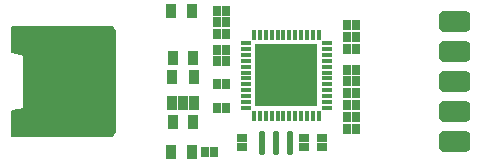
<source format=gbr>
G04 #@! TF.GenerationSoftware,KiCad,Pcbnew,no-vcs-found-826efab~61~ubuntu16.04.1*
G04 #@! TF.CreationDate,2018-02-09T13:34:48+01:00*
G04 #@! TF.ProjectId,ubmp_v1r1,75626D705F763172312E6B696361645F,rev?*
G04 #@! TF.SameCoordinates,Original*
G04 #@! TF.FileFunction,Soldermask,Top*
G04 #@! TF.FilePolarity,Negative*
%FSLAX46Y46*%
G04 Gerber Fmt 4.6, Leading zero omitted, Abs format (unit mm)*
G04 Created by KiCad (PCBNEW no-vcs-found-826efab~61~ubuntu16.04.1) date Fri Feb  9 13:34:48 2018*
%MOMM*%
%LPD*%
G01*
G04 APERTURE LIST*
%ADD10C,0.150000*%
%ADD11C,0.100000*%
%ADD12C,1.760000*%
%ADD13R,0.810000X0.735000*%
%ADD14R,0.735000X0.810000*%
%ADD15R,0.830000X1.160000*%
%ADD16R,0.410000X0.860000*%
%ADD17R,0.860000X0.410000*%
%ADD18R,5.310000X5.310000*%
%ADD19R,0.810000X1.220000*%
%ADD20O,0.560000X2.060000*%
G04 APERTURE END LIST*
D10*
G36*
X79800000Y-110600000D02*
X79800000Y-108500000D01*
X80800000Y-108300000D01*
X80800000Y-103800000D01*
X79800000Y-103500000D01*
X79800000Y-101400000D01*
X88200000Y-101400000D01*
X88500000Y-101700000D01*
X88500000Y-110300000D01*
X88200000Y-110600000D01*
X79800000Y-110600000D01*
G37*
X79800000Y-110600000D02*
X79800000Y-108500000D01*
X80800000Y-108300000D01*
X80800000Y-103800000D01*
X79800000Y-103500000D01*
X79800000Y-101400000D01*
X88200000Y-101400000D01*
X88500000Y-101700000D01*
X88500000Y-110300000D01*
X88200000Y-110600000D01*
X79800000Y-110600000D01*
D11*
G36*
X118183128Y-107662119D02*
X118225840Y-107668454D01*
X118267725Y-107678946D01*
X118308381Y-107693493D01*
X118347415Y-107711955D01*
X118384451Y-107734153D01*
X118419133Y-107759875D01*
X118451127Y-107788873D01*
X118480125Y-107820867D01*
X118505847Y-107855549D01*
X118528045Y-107892585D01*
X118546507Y-107931619D01*
X118561054Y-107972275D01*
X118571546Y-108014160D01*
X118577881Y-108056872D01*
X118580000Y-108100000D01*
X118580000Y-108980000D01*
X118577881Y-109023128D01*
X118571546Y-109065840D01*
X118561054Y-109107725D01*
X118546507Y-109148381D01*
X118528045Y-109187415D01*
X118505847Y-109224451D01*
X118480125Y-109259133D01*
X118451127Y-109291127D01*
X118419133Y-109320125D01*
X118384451Y-109345847D01*
X118347415Y-109368045D01*
X118308381Y-109386507D01*
X118267725Y-109401054D01*
X118225840Y-109411546D01*
X118183128Y-109417881D01*
X118140000Y-109420000D01*
X116360000Y-109420000D01*
X116316872Y-109417881D01*
X116274160Y-109411546D01*
X116232275Y-109401054D01*
X116191619Y-109386507D01*
X116152585Y-109368045D01*
X116115549Y-109345847D01*
X116080867Y-109320125D01*
X116048873Y-109291127D01*
X116019875Y-109259133D01*
X115994153Y-109224451D01*
X115971955Y-109187415D01*
X115953493Y-109148381D01*
X115938946Y-109107725D01*
X115928454Y-109065840D01*
X115922119Y-109023128D01*
X115920000Y-108980000D01*
X115920000Y-108100000D01*
X115922119Y-108056872D01*
X115928454Y-108014160D01*
X115938946Y-107972275D01*
X115953493Y-107931619D01*
X115971955Y-107892585D01*
X115994153Y-107855549D01*
X116019875Y-107820867D01*
X116048873Y-107788873D01*
X116080867Y-107759875D01*
X116115549Y-107734153D01*
X116152585Y-107711955D01*
X116191619Y-107693493D01*
X116232275Y-107678946D01*
X116274160Y-107668454D01*
X116316872Y-107662119D01*
X116360000Y-107660000D01*
X118140000Y-107660000D01*
X118183128Y-107662119D01*
X118183128Y-107662119D01*
G37*
D12*
X117250000Y-108540000D03*
D11*
G36*
X118183128Y-102582119D02*
X118225840Y-102588454D01*
X118267725Y-102598946D01*
X118308381Y-102613493D01*
X118347415Y-102631955D01*
X118384451Y-102654153D01*
X118419133Y-102679875D01*
X118451127Y-102708873D01*
X118480125Y-102740867D01*
X118505847Y-102775549D01*
X118528045Y-102812585D01*
X118546507Y-102851619D01*
X118561054Y-102892275D01*
X118571546Y-102934160D01*
X118577881Y-102976872D01*
X118580000Y-103020000D01*
X118580000Y-103900000D01*
X118577881Y-103943128D01*
X118571546Y-103985840D01*
X118561054Y-104027725D01*
X118546507Y-104068381D01*
X118528045Y-104107415D01*
X118505847Y-104144451D01*
X118480125Y-104179133D01*
X118451127Y-104211127D01*
X118419133Y-104240125D01*
X118384451Y-104265847D01*
X118347415Y-104288045D01*
X118308381Y-104306507D01*
X118267725Y-104321054D01*
X118225840Y-104331546D01*
X118183128Y-104337881D01*
X118140000Y-104340000D01*
X116360000Y-104340000D01*
X116316872Y-104337881D01*
X116274160Y-104331546D01*
X116232275Y-104321054D01*
X116191619Y-104306507D01*
X116152585Y-104288045D01*
X116115549Y-104265847D01*
X116080867Y-104240125D01*
X116048873Y-104211127D01*
X116019875Y-104179133D01*
X115994153Y-104144451D01*
X115971955Y-104107415D01*
X115953493Y-104068381D01*
X115938946Y-104027725D01*
X115928454Y-103985840D01*
X115922119Y-103943128D01*
X115920000Y-103900000D01*
X115920000Y-103020000D01*
X115922119Y-102976872D01*
X115928454Y-102934160D01*
X115938946Y-102892275D01*
X115953493Y-102851619D01*
X115971955Y-102812585D01*
X115994153Y-102775549D01*
X116019875Y-102740867D01*
X116048873Y-102708873D01*
X116080867Y-102679875D01*
X116115549Y-102654153D01*
X116152585Y-102631955D01*
X116191619Y-102613493D01*
X116232275Y-102598946D01*
X116274160Y-102588454D01*
X116316872Y-102582119D01*
X116360000Y-102580000D01*
X118140000Y-102580000D01*
X118183128Y-102582119D01*
X118183128Y-102582119D01*
G37*
D12*
X117250000Y-103460000D03*
D11*
G36*
X118183128Y-110202119D02*
X118225840Y-110208454D01*
X118267725Y-110218946D01*
X118308381Y-110233493D01*
X118347415Y-110251955D01*
X118384451Y-110274153D01*
X118419133Y-110299875D01*
X118451127Y-110328873D01*
X118480125Y-110360867D01*
X118505847Y-110395549D01*
X118528045Y-110432585D01*
X118546507Y-110471619D01*
X118561054Y-110512275D01*
X118571546Y-110554160D01*
X118577881Y-110596872D01*
X118580000Y-110640000D01*
X118580000Y-111520000D01*
X118577881Y-111563128D01*
X118571546Y-111605840D01*
X118561054Y-111647725D01*
X118546507Y-111688381D01*
X118528045Y-111727415D01*
X118505847Y-111764451D01*
X118480125Y-111799133D01*
X118451127Y-111831127D01*
X118419133Y-111860125D01*
X118384451Y-111885847D01*
X118347415Y-111908045D01*
X118308381Y-111926507D01*
X118267725Y-111941054D01*
X118225840Y-111951546D01*
X118183128Y-111957881D01*
X118140000Y-111960000D01*
X116360000Y-111960000D01*
X116316872Y-111957881D01*
X116274160Y-111951546D01*
X116232275Y-111941054D01*
X116191619Y-111926507D01*
X116152585Y-111908045D01*
X116115549Y-111885847D01*
X116080867Y-111860125D01*
X116048873Y-111831127D01*
X116019875Y-111799133D01*
X115994153Y-111764451D01*
X115971955Y-111727415D01*
X115953493Y-111688381D01*
X115938946Y-111647725D01*
X115928454Y-111605840D01*
X115922119Y-111563128D01*
X115920000Y-111520000D01*
X115920000Y-110640000D01*
X115922119Y-110596872D01*
X115928454Y-110554160D01*
X115938946Y-110512275D01*
X115953493Y-110471619D01*
X115971955Y-110432585D01*
X115994153Y-110395549D01*
X116019875Y-110360867D01*
X116048873Y-110328873D01*
X116080867Y-110299875D01*
X116115549Y-110274153D01*
X116152585Y-110251955D01*
X116191619Y-110233493D01*
X116232275Y-110218946D01*
X116274160Y-110208454D01*
X116316872Y-110202119D01*
X116360000Y-110200000D01*
X118140000Y-110200000D01*
X118183128Y-110202119D01*
X118183128Y-110202119D01*
G37*
D12*
X117250000Y-111080000D03*
D11*
G36*
X118183128Y-100042119D02*
X118225840Y-100048454D01*
X118267725Y-100058946D01*
X118308381Y-100073493D01*
X118347415Y-100091955D01*
X118384451Y-100114153D01*
X118419133Y-100139875D01*
X118451127Y-100168873D01*
X118480125Y-100200867D01*
X118505847Y-100235549D01*
X118528045Y-100272585D01*
X118546507Y-100311619D01*
X118561054Y-100352275D01*
X118571546Y-100394160D01*
X118577881Y-100436872D01*
X118580000Y-100480000D01*
X118580000Y-101360000D01*
X118577881Y-101403128D01*
X118571546Y-101445840D01*
X118561054Y-101487725D01*
X118546507Y-101528381D01*
X118528045Y-101567415D01*
X118505847Y-101604451D01*
X118480125Y-101639133D01*
X118451127Y-101671127D01*
X118419133Y-101700125D01*
X118384451Y-101725847D01*
X118347415Y-101748045D01*
X118308381Y-101766507D01*
X118267725Y-101781054D01*
X118225840Y-101791546D01*
X118183128Y-101797881D01*
X118140000Y-101800000D01*
X116360000Y-101800000D01*
X116316872Y-101797881D01*
X116274160Y-101791546D01*
X116232275Y-101781054D01*
X116191619Y-101766507D01*
X116152585Y-101748045D01*
X116115549Y-101725847D01*
X116080867Y-101700125D01*
X116048873Y-101671127D01*
X116019875Y-101639133D01*
X115994153Y-101604451D01*
X115971955Y-101567415D01*
X115953493Y-101528381D01*
X115938946Y-101487725D01*
X115928454Y-101445840D01*
X115922119Y-101403128D01*
X115920000Y-101360000D01*
X115920000Y-100480000D01*
X115922119Y-100436872D01*
X115928454Y-100394160D01*
X115938946Y-100352275D01*
X115953493Y-100311619D01*
X115971955Y-100272585D01*
X115994153Y-100235549D01*
X116019875Y-100200867D01*
X116048873Y-100168873D01*
X116080867Y-100139875D01*
X116115549Y-100114153D01*
X116152585Y-100091955D01*
X116191619Y-100073493D01*
X116232275Y-100058946D01*
X116274160Y-100048454D01*
X116316872Y-100042119D01*
X116360000Y-100040000D01*
X118140000Y-100040000D01*
X118183128Y-100042119D01*
X118183128Y-100042119D01*
G37*
D12*
X117250000Y-100920000D03*
D11*
G36*
X118183128Y-105122119D02*
X118225840Y-105128454D01*
X118267725Y-105138946D01*
X118308381Y-105153493D01*
X118347415Y-105171955D01*
X118384451Y-105194153D01*
X118419133Y-105219875D01*
X118451127Y-105248873D01*
X118480125Y-105280867D01*
X118505847Y-105315549D01*
X118528045Y-105352585D01*
X118546507Y-105391619D01*
X118561054Y-105432275D01*
X118571546Y-105474160D01*
X118577881Y-105516872D01*
X118580000Y-105560000D01*
X118580000Y-106440000D01*
X118577881Y-106483128D01*
X118571546Y-106525840D01*
X118561054Y-106567725D01*
X118546507Y-106608381D01*
X118528045Y-106647415D01*
X118505847Y-106684451D01*
X118480125Y-106719133D01*
X118451127Y-106751127D01*
X118419133Y-106780125D01*
X118384451Y-106805847D01*
X118347415Y-106828045D01*
X118308381Y-106846507D01*
X118267725Y-106861054D01*
X118225840Y-106871546D01*
X118183128Y-106877881D01*
X118140000Y-106880000D01*
X116360000Y-106880000D01*
X116316872Y-106877881D01*
X116274160Y-106871546D01*
X116232275Y-106861054D01*
X116191619Y-106846507D01*
X116152585Y-106828045D01*
X116115549Y-106805847D01*
X116080867Y-106780125D01*
X116048873Y-106751127D01*
X116019875Y-106719133D01*
X115994153Y-106684451D01*
X115971955Y-106647415D01*
X115953493Y-106608381D01*
X115938946Y-106567725D01*
X115928454Y-106525840D01*
X115922119Y-106483128D01*
X115920000Y-106440000D01*
X115920000Y-105560000D01*
X115922119Y-105516872D01*
X115928454Y-105474160D01*
X115938946Y-105432275D01*
X115953493Y-105391619D01*
X115971955Y-105352585D01*
X115994153Y-105315549D01*
X116019875Y-105280867D01*
X116048873Y-105248873D01*
X116080867Y-105219875D01*
X116115549Y-105194153D01*
X116152585Y-105171955D01*
X116191619Y-105153493D01*
X116232275Y-105138946D01*
X116274160Y-105128454D01*
X116316872Y-105122119D01*
X116360000Y-105120000D01*
X118140000Y-105120000D01*
X118183128Y-105122119D01*
X118183128Y-105122119D01*
G37*
D12*
X117250000Y-106000000D03*
D13*
X106000000Y-111587500D03*
X106000000Y-110812500D03*
D14*
X97112500Y-103300000D03*
X97887500Y-103300000D03*
X97900000Y-108250000D03*
X97125000Y-108250000D03*
X108887500Y-103250000D03*
X108112500Y-103250000D03*
D15*
X95125000Y-109400000D03*
X93375000Y-109400000D03*
X95125000Y-104000000D03*
X93375000Y-104000000D03*
X93250000Y-112000000D03*
X95000000Y-112000000D03*
X95000000Y-100000000D03*
X93250000Y-100000000D03*
D14*
X96875000Y-112000000D03*
X96100000Y-112000000D03*
X97875000Y-100000000D03*
X97100000Y-100000000D03*
X108112500Y-110000000D03*
X108887500Y-110000000D03*
X108887500Y-109000000D03*
X108112500Y-109000000D03*
X108887500Y-106000000D03*
X108112500Y-106000000D03*
D13*
X104500000Y-110812500D03*
X104500000Y-111587500D03*
D14*
X97112500Y-106200000D03*
X97887500Y-106200000D03*
D13*
X99200000Y-111587500D03*
X99200000Y-110812500D03*
D14*
X108112500Y-105000000D03*
X108887500Y-105000000D03*
X108112500Y-101250000D03*
X108887500Y-101250000D03*
X108112500Y-108000000D03*
X108887500Y-108000000D03*
X108887500Y-107000000D03*
X108112500Y-107000000D03*
X108887500Y-102250000D03*
X108112500Y-102250000D03*
X97112500Y-104300000D03*
X97887500Y-104300000D03*
X97887500Y-101000000D03*
X97112500Y-101000000D03*
X97112500Y-102000000D03*
X97887500Y-102000000D03*
D16*
X100250000Y-108900000D03*
X100750000Y-108900000D03*
X101250000Y-108900000D03*
X101750000Y-108900000D03*
X102250000Y-108900000D03*
X102750000Y-108900000D03*
X103250000Y-108900000D03*
X103750000Y-108900000D03*
X104250000Y-108900000D03*
X104750000Y-108900000D03*
X105250000Y-108900000D03*
X105750000Y-108900000D03*
D17*
X106400000Y-108250000D03*
X106400000Y-107750000D03*
X106400000Y-107250000D03*
X106400000Y-106750000D03*
X106400000Y-106250000D03*
X106400000Y-105750000D03*
X106400000Y-105250000D03*
X106400000Y-104750000D03*
X106400000Y-104250000D03*
X106400000Y-103750000D03*
X106400000Y-103250000D03*
X106400000Y-102750000D03*
D16*
X105750000Y-102100000D03*
X105250000Y-102100000D03*
X104750000Y-102100000D03*
X104250000Y-102100000D03*
X103750000Y-102100000D03*
X103250000Y-102100000D03*
X102750000Y-102100000D03*
X102250000Y-102100000D03*
X101750000Y-102100000D03*
X101250000Y-102100000D03*
X100750000Y-102100000D03*
X100250000Y-102100000D03*
D17*
X99600000Y-102750000D03*
X99600000Y-103250000D03*
X99600000Y-103750000D03*
X99600000Y-104250000D03*
X99600000Y-104750000D03*
X99600000Y-105250000D03*
X99600000Y-105750000D03*
X99600000Y-106250000D03*
X99600000Y-106750000D03*
X99600000Y-107250000D03*
X99600000Y-107750000D03*
X99600000Y-108250000D03*
D18*
X103000000Y-105500000D03*
D19*
X93300000Y-107800000D03*
X94250000Y-107800000D03*
X95200000Y-107800000D03*
X95200000Y-105600000D03*
X93300000Y-105600000D03*
D20*
X100900000Y-111200000D03*
X102100000Y-111200000D03*
X103300000Y-111200000D03*
M02*

</source>
